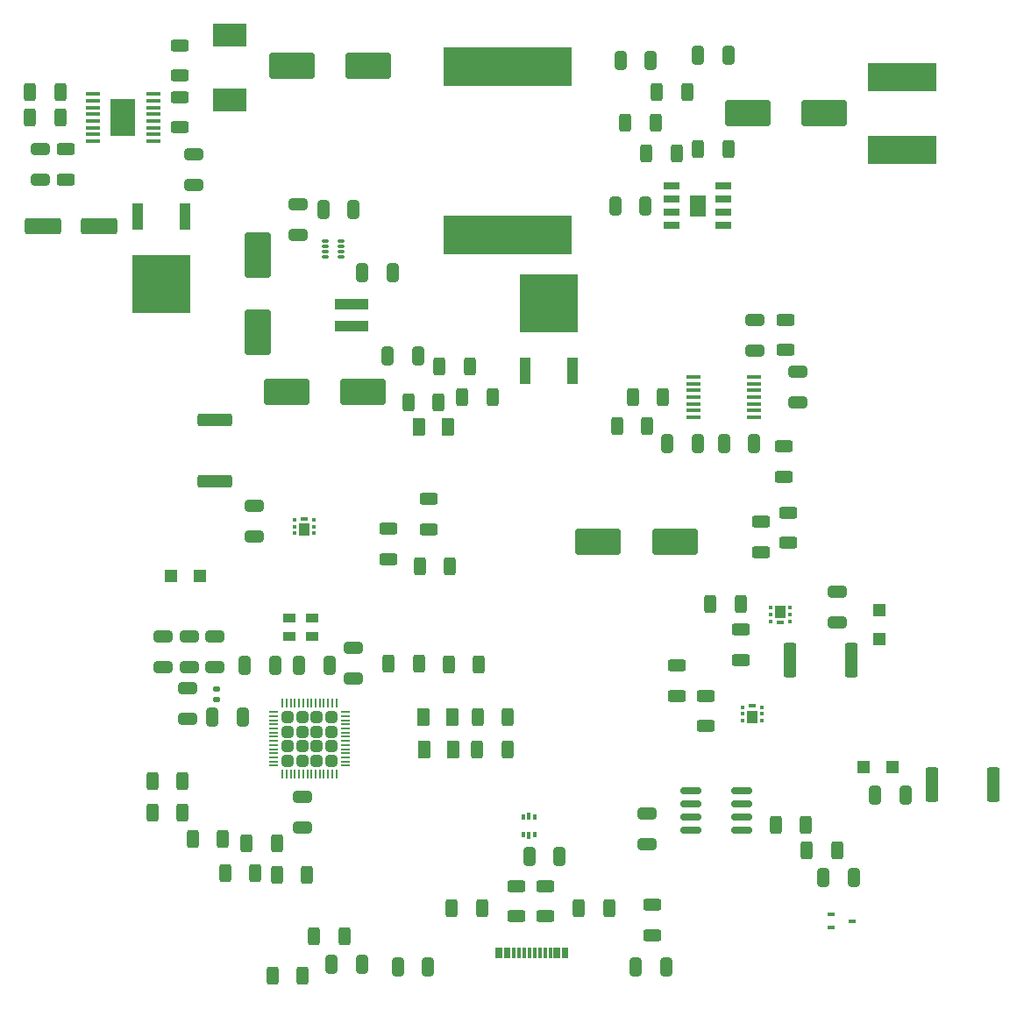
<source format=gbr>
%TF.GenerationSoftware,KiCad,Pcbnew,8.0.0*%
%TF.CreationDate,2024-03-30T14:37:23+01:00*%
%TF.ProjectId,schematic-main,73636865-6d61-4746-9963-2d6d61696e2e,rev?*%
%TF.SameCoordinates,Original*%
%TF.FileFunction,Paste,Top*%
%TF.FilePolarity,Positive*%
%FSLAX46Y46*%
G04 Gerber Fmt 4.6, Leading zero omitted, Abs format (unit mm)*
G04 Created by KiCad (PCBNEW 8.0.0) date 2024-03-30 14:37:23*
%MOMM*%
%LPD*%
G01*
G04 APERTURE LIST*
G04 Aperture macros list*
%AMRoundRect*
0 Rectangle with rounded corners*
0 $1 Rounding radius*
0 $2 $3 $4 $5 $6 $7 $8 $9 X,Y pos of 4 corners*
0 Add a 4 corners polygon primitive as box body*
4,1,4,$2,$3,$4,$5,$6,$7,$8,$9,$2,$3,0*
0 Add four circle primitives for the rounded corners*
1,1,$1+$1,$2,$3*
1,1,$1+$1,$4,$5*
1,1,$1+$1,$6,$7*
1,1,$1+$1,$8,$9*
0 Add four rect primitives between the rounded corners*
20,1,$1+$1,$2,$3,$4,$5,0*
20,1,$1+$1,$4,$5,$6,$7,0*
20,1,$1+$1,$6,$7,$8,$9,0*
20,1,$1+$1,$8,$9,$2,$3,0*%
G04 Aperture macros list end*
%ADD10RoundRect,0.250000X-0.650000X0.325000X-0.650000X-0.325000X0.650000X-0.325000X0.650000X0.325000X0*%
%ADD11RoundRect,0.250000X0.625000X-0.312500X0.625000X0.312500X-0.625000X0.312500X-0.625000X-0.312500X0*%
%ADD12RoundRect,0.250000X0.325000X0.650000X-0.325000X0.650000X-0.325000X-0.650000X0.325000X-0.650000X0*%
%ADD13RoundRect,0.050000X-0.285000X-0.100000X0.285000X-0.100000X0.285000X0.100000X-0.285000X0.100000X0*%
%ADD14RoundRect,0.150000X-0.825000X-0.150000X0.825000X-0.150000X0.825000X0.150000X-0.825000X0.150000X0*%
%ADD15RoundRect,0.250000X-0.312500X-0.625000X0.312500X-0.625000X0.312500X0.625000X-0.312500X0.625000X0*%
%ADD16RoundRect,0.250000X1.425000X-0.362500X1.425000X0.362500X-1.425000X0.362500X-1.425000X-0.362500X0*%
%ADD17RoundRect,0.250000X0.650000X-0.325000X0.650000X0.325000X-0.650000X0.325000X-0.650000X-0.325000X0*%
%ADD18RoundRect,0.250000X0.312500X0.625000X-0.312500X0.625000X-0.312500X-0.625000X0.312500X-0.625000X0*%
%ADD19RoundRect,0.250000X-0.325000X-0.650000X0.325000X-0.650000X0.325000X0.650000X-0.325000X0.650000X0*%
%ADD20R,1.200000X1.200000*%
%ADD21RoundRect,0.147500X-0.172500X0.147500X-0.172500X-0.147500X0.172500X-0.147500X0.172500X0.147500X0*%
%ADD22R,3.200000X1.100000*%
%ADD23R,6.710000X2.730000*%
%ADD24RoundRect,0.250000X-0.625000X0.312500X-0.625000X-0.312500X0.625000X-0.312500X0.625000X0.312500X0*%
%ADD25RoundRect,0.250000X1.950000X1.000000X-1.950000X1.000000X-1.950000X-1.000000X1.950000X-1.000000X0*%
%ADD26R,0.430000X0.350000*%
%ADD27R,1.100000X1.250000*%
%ADD28R,0.660000X0.350000*%
%ADD29RoundRect,0.250000X-1.000000X1.950000X-1.000000X-1.950000X1.000000X-1.950000X1.000000X1.950000X0*%
%ADD30R,1.475000X0.450000*%
%ADD31R,3.200400X2.173999*%
%ADD32R,12.320000X3.825000*%
%ADD33RoundRect,0.250000X0.375000X0.625000X-0.375000X0.625000X-0.375000X-0.625000X0.375000X-0.625000X0*%
%ADD34RoundRect,0.250000X0.362500X1.425000X-0.362500X1.425000X-0.362500X-1.425000X0.362500X-1.425000X0*%
%ADD35R,1.200000X0.950000*%
%ADD36R,1.505000X0.802000*%
%ADD37R,1.567800X2.101200*%
%ADD38RoundRect,0.250000X-0.362500X-1.425000X0.362500X-1.425000X0.362500X1.425000X-0.362500X1.425000X0*%
%ADD39RoundRect,0.250000X1.500000X0.550000X-1.500000X0.550000X-1.500000X-0.550000X1.500000X-0.550000X0*%
%ADD40R,2.460000X3.550000*%
%ADD41R,0.700000X0.450000*%
%ADD42R,0.300000X1.100000*%
%ADD43R,1.060000X2.600000*%
%ADD44R,5.632000X5.700000*%
%ADD45R,0.375000X0.500000*%
%ADD46R,0.300000X0.650000*%
%ADD47RoundRect,0.250000X-0.315000X-0.315000X0.315000X-0.315000X0.315000X0.315000X-0.315000X0.315000X0*%
%ADD48RoundRect,0.050000X-0.387500X-0.050000X0.387500X-0.050000X0.387500X0.050000X-0.387500X0.050000X0*%
%ADD49RoundRect,0.050000X-0.050000X-0.387500X0.050000X-0.387500X0.050000X0.387500X-0.050000X0.387500X0*%
G04 APERTURE END LIST*
D10*
%TO.C,C7*%
X93500000Y-31025000D03*
X93500000Y-33975000D03*
%TD*%
D11*
%TO.C,R41*%
X155000000Y-83862500D03*
X155000000Y-80937500D03*
%TD*%
%TO.C,R3*%
X139500000Y-105162500D03*
X139500000Y-102237500D03*
%TD*%
D12*
%TO.C,C6*%
X152475000Y-22500000D03*
X149525000Y-22500000D03*
%TD*%
D13*
%TO.C,U2*%
X121060000Y-39950000D03*
X121060000Y-40450000D03*
X121060000Y-40950000D03*
X121060000Y-41450000D03*
X122540000Y-41450000D03*
X122540000Y-40950000D03*
X122540000Y-40450000D03*
X122540000Y-39950000D03*
%TD*%
D14*
%TO.C,U5*%
X156325000Y-92995000D03*
X156325000Y-94265000D03*
X156325000Y-95535000D03*
X156325000Y-96805000D03*
X161275000Y-96805000D03*
X161275000Y-95535000D03*
X161275000Y-94265000D03*
X161275000Y-92995000D03*
%TD*%
D15*
%TO.C,R27*%
X108237500Y-97700000D03*
X111162500Y-97700000D03*
%TD*%
D16*
%TO.C,R46*%
X110400000Y-63162500D03*
X110400000Y-57237500D03*
%TD*%
D17*
%TO.C,C28*%
X105400000Y-81075000D03*
X105400000Y-78125000D03*
%TD*%
D18*
%TO.C,R17*%
X122862500Y-107100000D03*
X119937500Y-107100000D03*
%TD*%
D15*
%TO.C,R15*%
X132037500Y-52000000D03*
X134962500Y-52000000D03*
%TD*%
D19*
%TO.C,C16*%
X118525000Y-80900000D03*
X121475000Y-80900000D03*
%TD*%
D18*
%TO.C,R8*%
X95462500Y-25500000D03*
X92537500Y-25500000D03*
%TD*%
D17*
%TO.C,C27*%
X110400000Y-81075000D03*
X110400000Y-78125000D03*
%TD*%
D20*
%TO.C,D8*%
X175800000Y-90700000D03*
X173000000Y-90700000D03*
%TD*%
D15*
%TO.C,R24*%
X150737500Y-55000000D03*
X153662500Y-55000000D03*
%TD*%
%TO.C,R26*%
X104337500Y-95100000D03*
X107262500Y-95100000D03*
%TD*%
D11*
%TO.C,R43*%
X130980000Y-67742500D03*
X130980000Y-64817500D03*
%TD*%
D21*
%TO.C,L3*%
X110500000Y-83215000D03*
X110500000Y-84185000D03*
%TD*%
D22*
%TO.C,L2*%
X123600000Y-46050000D03*
X123600000Y-48150000D03*
%TD*%
D10*
%TO.C,C23*%
X107700000Y-83125000D03*
X107700000Y-86075000D03*
%TD*%
D17*
%TO.C,C29*%
X166700000Y-55475000D03*
X166700000Y-52525000D03*
%TD*%
D23*
%TO.C,F1*%
X176700000Y-31090000D03*
X176700000Y-24110000D03*
%TD*%
D24*
%TO.C,R40*%
X127100000Y-67737500D03*
X127100000Y-70662500D03*
%TD*%
D19*
%TO.C,C15*%
X121625000Y-109800000D03*
X124575000Y-109800000D03*
%TD*%
D25*
%TO.C,C8*%
X125200000Y-23000000D03*
X117800000Y-23000000D03*
%TD*%
D26*
%TO.C,Q2*%
X164065000Y-75350000D03*
X164065000Y-76000000D03*
D27*
X165000000Y-75715000D03*
D26*
X165935000Y-75350000D03*
X165935000Y-76000000D03*
X164065000Y-76650000D03*
D28*
X165000000Y-76775000D03*
D26*
X165935000Y-76650000D03*
%TD*%
D24*
%TO.C,R20*%
X163100000Y-67037500D03*
X163100000Y-69962500D03*
%TD*%
D29*
%TO.C,C9*%
X114500000Y-41300000D03*
X114500000Y-48700000D03*
%TD*%
D30*
%TO.C,IC2*%
X162438000Y-56950000D03*
X162438000Y-56300000D03*
X162438000Y-55650000D03*
X162438000Y-55000000D03*
X162438000Y-54350000D03*
X162438000Y-53700000D03*
X162438000Y-53050000D03*
X156562000Y-53050000D03*
X156562000Y-53700000D03*
X156562000Y-54350000D03*
X156562000Y-55000000D03*
X156562000Y-55650000D03*
X156562000Y-56300000D03*
X156562000Y-56950000D03*
%TD*%
D10*
%TO.C,C25*%
X118800000Y-93625000D03*
X118800000Y-96575000D03*
%TD*%
D26*
%TO.C,Q1*%
X163235000Y-86250000D03*
X163235000Y-85600000D03*
D27*
X162300000Y-85885000D03*
D26*
X161365000Y-86250000D03*
X161365000Y-85600000D03*
X163235000Y-84950000D03*
D28*
X162300000Y-84825000D03*
D26*
X161365000Y-84950000D03*
%TD*%
D31*
%TO.C,D1*%
X111813000Y-20059998D03*
X111813000Y-26314002D03*
%TD*%
D18*
%TO.C,R11*%
X95462500Y-28000000D03*
X92537500Y-28000000D03*
%TD*%
D32*
%TO.C,L1*%
X138600000Y-39323000D03*
X138600000Y-23077000D03*
%TD*%
D24*
%TO.C,R38*%
X157780000Y-83857500D03*
X157780000Y-86782500D03*
%TD*%
D15*
%TO.C,R47*%
X132937500Y-80800000D03*
X135862500Y-80800000D03*
%TD*%
D24*
%TO.C,R34*%
X165300000Y-59737500D03*
X165300000Y-62662500D03*
%TD*%
D11*
%TO.C,R9*%
X96000000Y-33962500D03*
X96000000Y-31037500D03*
%TD*%
D12*
%TO.C,C17*%
X116175000Y-80900000D03*
X113225000Y-80900000D03*
%TD*%
D11*
%TO.C,R2*%
X142300000Y-105162500D03*
X142300000Y-102237500D03*
%TD*%
D25*
%TO.C,C21*%
X154800000Y-69000000D03*
X147400000Y-69000000D03*
%TD*%
D26*
%TO.C,Q3*%
X119935000Y-68150000D03*
X119935000Y-67500000D03*
D27*
X119000000Y-67785000D03*
D26*
X118065000Y-68150000D03*
X118065000Y-67500000D03*
X119935000Y-66850000D03*
D28*
X119000000Y-66725000D03*
D26*
X118065000Y-66850000D03*
%TD*%
D15*
%TO.C,R28*%
X111337500Y-101000000D03*
X114262500Y-101000000D03*
%TD*%
D18*
%TO.C,R23*%
X152142500Y-57820000D03*
X149217500Y-57820000D03*
%TD*%
D15*
%TO.C,R22*%
X130137500Y-71300000D03*
X133062500Y-71300000D03*
%TD*%
D33*
%TO.C,D7 POWER 3.3V*%
X132900000Y-57900000D03*
X130100000Y-57900000D03*
%TD*%
D34*
%TO.C,R45*%
X171862500Y-80400000D03*
X165937500Y-80400000D03*
%TD*%
D35*
%TO.C,Y1*%
X119800000Y-76325000D03*
X117600000Y-76325000D03*
X117600000Y-78075000D03*
X119800000Y-78075000D03*
%TD*%
D36*
%TO.C,U1*%
X159497500Y-38405000D03*
X159497500Y-37135000D03*
X159497500Y-35865000D03*
X159497500Y-34595000D03*
X154502500Y-34595000D03*
X154502500Y-35865000D03*
X154502500Y-37135000D03*
X154502500Y-38405000D03*
D37*
X157000000Y-36500000D03*
%TD*%
D18*
%TO.C,R13*%
X154962500Y-31500000D03*
X152037500Y-31500000D03*
%TD*%
D19*
%TO.C,C3*%
X149025000Y-36500000D03*
X151975000Y-36500000D03*
%TD*%
D15*
%TO.C,R14*%
X129037500Y-55500000D03*
X131962500Y-55500000D03*
%TD*%
D17*
%TO.C,C11*%
X118400000Y-39325000D03*
X118400000Y-36375000D03*
%TD*%
D24*
%TO.C,R42*%
X161200000Y-77437500D03*
X161200000Y-80362500D03*
%TD*%
D12*
%TO.C,C5*%
X159975000Y-22000000D03*
X157025000Y-22000000D03*
%TD*%
D38*
%TO.C,R44*%
X179637500Y-92400000D03*
X185562500Y-92400000D03*
%TD*%
D19*
%TO.C,C19*%
X128025000Y-110000000D03*
X130975000Y-110000000D03*
%TD*%
%TO.C,C13*%
X127025000Y-51000000D03*
X129975000Y-51000000D03*
%TD*%
D39*
%TO.C,C4*%
X99200000Y-38500000D03*
X93800000Y-38500000D03*
%TD*%
D30*
%TO.C,IC1*%
X104438000Y-30275000D03*
X104438000Y-29625000D03*
X104438000Y-28975000D03*
X104438000Y-28325000D03*
X104438000Y-27675000D03*
X104438000Y-27025000D03*
X104438000Y-26375000D03*
X104438000Y-25725000D03*
X98562000Y-25725000D03*
X98562000Y-26375000D03*
X98562000Y-27025000D03*
X98562000Y-27675000D03*
X98562000Y-28325000D03*
X98562000Y-28975000D03*
X98562000Y-29625000D03*
X98562000Y-30275000D03*
D40*
X101500000Y-28000000D03*
%TD*%
D19*
%TO.C,C34*%
X169125000Y-101400000D03*
X172075000Y-101400000D03*
%TD*%
D11*
%TO.C,R33*%
X165500000Y-50462500D03*
X165500000Y-47537500D03*
%TD*%
D15*
%TO.C,R35*%
X135737500Y-85900000D03*
X138662500Y-85900000D03*
%TD*%
D41*
%TO.C,D4*%
X169900000Y-104950000D03*
X169900000Y-106250000D03*
X171900000Y-105600000D03*
%TD*%
D12*
%TO.C,C10*%
X123775000Y-36900000D03*
X120825000Y-36900000D03*
%TD*%
D25*
%TO.C,C14*%
X124700000Y-54500000D03*
X117300000Y-54500000D03*
%TD*%
D17*
%TO.C,C33*%
X162500000Y-50475000D03*
X162500000Y-47525000D03*
%TD*%
D10*
%TO.C,C36*%
X170500000Y-73825000D03*
X170500000Y-76775000D03*
%TD*%
D24*
%TO.C,R19*%
X165700000Y-66137500D03*
X165700000Y-69062500D03*
%TD*%
D42*
%TO.C,P1*%
X137650000Y-108650000D03*
X138450000Y-108650000D03*
X139750000Y-108650000D03*
X140750000Y-108650000D03*
X141250000Y-108650000D03*
X142250000Y-108650000D03*
X143550000Y-108650000D03*
X144350000Y-108650000D03*
X144050000Y-108650000D03*
X143250000Y-108650000D03*
X142750000Y-108650000D03*
X141750000Y-108650000D03*
X140250000Y-108650000D03*
X139250000Y-108650000D03*
X138750000Y-108650000D03*
X137950000Y-108650000D03*
%TD*%
D12*
%TO.C,C20*%
X153975000Y-110000000D03*
X151025000Y-110000000D03*
%TD*%
D18*
%TO.C,R32*%
X167462500Y-96300000D03*
X164537500Y-96300000D03*
%TD*%
D11*
%TO.C,R6*%
X107000000Y-28962500D03*
X107000000Y-26037500D03*
%TD*%
D17*
%TO.C,C22*%
X107900000Y-81075000D03*
X107900000Y-78125000D03*
%TD*%
D15*
%TO.C,R37*%
X134237500Y-55000000D03*
X137162500Y-55000000D03*
%TD*%
D18*
%TO.C,R5*%
X159962500Y-31000000D03*
X157037500Y-31000000D03*
%TD*%
D20*
%TO.C,D10*%
X106100000Y-72300000D03*
X108900000Y-72300000D03*
%TD*%
%TO.C,D9*%
X174500000Y-78400000D03*
X174500000Y-75600000D03*
%TD*%
D33*
%TO.C,D5 CAN*%
X133300000Y-85900000D03*
X130500000Y-85900000D03*
%TD*%
D17*
%TO.C,C26*%
X123700000Y-82175000D03*
X123700000Y-79225000D03*
%TD*%
D43*
%TO.C,D2*%
X140314000Y-52479500D03*
X144886000Y-52479500D03*
D44*
X142600000Y-45929500D03*
%TD*%
D33*
%TO.C,D6 MCU*%
X133400000Y-89000000D03*
X130600000Y-89000000D03*
%TD*%
D18*
%TO.C,R48*%
X130062500Y-80700000D03*
X127137500Y-80700000D03*
%TD*%
%TO.C,R4*%
X136162500Y-104400000D03*
X133237500Y-104400000D03*
%TD*%
%TO.C,R12*%
X152922500Y-28500000D03*
X149997500Y-28500000D03*
%TD*%
D11*
%TO.C,R18*%
X152600000Y-106962500D03*
X152600000Y-104037500D03*
%TD*%
D25*
%TO.C,C1*%
X169200000Y-27600000D03*
X161800000Y-27600000D03*
%TD*%
D15*
%TO.C,R36*%
X135687500Y-89000000D03*
X138612500Y-89000000D03*
%TD*%
D17*
%TO.C,C31*%
X152100000Y-98175000D03*
X152100000Y-95225000D03*
%TD*%
D12*
%TO.C,C12*%
X127575000Y-43000000D03*
X124625000Y-43000000D03*
%TD*%
D18*
%TO.C,R16*%
X118862500Y-110900000D03*
X115937500Y-110900000D03*
%TD*%
D43*
%TO.C,D3*%
X107486000Y-37520500D03*
X102914000Y-37520500D03*
D44*
X105200000Y-44070500D03*
%TD*%
D19*
%TO.C,C35*%
X174125000Y-93400000D03*
X177075000Y-93400000D03*
%TD*%
D11*
%TO.C,R7*%
X107000000Y-23962500D03*
X107000000Y-21037500D03*
%TD*%
D18*
%TO.C,R39*%
X161162500Y-75000000D03*
X158237500Y-75000000D03*
%TD*%
D15*
%TO.C,R1*%
X145537500Y-104400000D03*
X148462500Y-104400000D03*
%TD*%
D45*
%TO.C,U3*%
X141237500Y-95550000D03*
D46*
X140700000Y-95475000D03*
D45*
X140162500Y-95550000D03*
X140162500Y-97250000D03*
D46*
X140700000Y-97325000D03*
D45*
X141237500Y-97250000D03*
%TD*%
D17*
%TO.C,C37*%
X114200000Y-68475000D03*
X114200000Y-65525000D03*
%TD*%
D19*
%TO.C,C18*%
X140725000Y-99400000D03*
X143675000Y-99400000D03*
%TD*%
D15*
%TO.C,R31*%
X167537500Y-98800000D03*
X170462500Y-98800000D03*
%TD*%
D10*
%TO.C,C2*%
X108300000Y-31525000D03*
X108300000Y-34475000D03*
%TD*%
D12*
%TO.C,C30*%
X156975000Y-59500000D03*
X154025000Y-59500000D03*
%TD*%
D19*
%TO.C,C32*%
X159525000Y-59500000D03*
X162475000Y-59500000D03*
%TD*%
D12*
%TO.C,C24*%
X113075000Y-85900000D03*
X110125000Y-85900000D03*
%TD*%
D18*
%TO.C,R10*%
X155962500Y-25500000D03*
X153037500Y-25500000D03*
%TD*%
D15*
%TO.C,R25*%
X104337500Y-92100000D03*
X107262500Y-92100000D03*
%TD*%
%TO.C,R30*%
X116337500Y-101100000D03*
X119262500Y-101100000D03*
%TD*%
D47*
%TO.C,U4*%
X117400000Y-85900000D03*
X117400000Y-87300000D03*
X117400000Y-88700000D03*
X117400000Y-90100000D03*
X118800000Y-85900000D03*
X118800000Y-87300000D03*
X118800000Y-88700000D03*
X118800000Y-90100000D03*
X120200000Y-85900000D03*
X120200000Y-87300000D03*
X120200000Y-88700000D03*
X120200000Y-90100000D03*
X121600000Y-85900000D03*
X121600000Y-87300000D03*
X121600000Y-88700000D03*
X121600000Y-90100000D03*
D48*
X116062500Y-85400000D03*
X116062500Y-85800000D03*
X116062500Y-86200000D03*
X116062500Y-86600000D03*
X116062500Y-87000000D03*
X116062500Y-87400000D03*
X116062500Y-87800000D03*
X116062500Y-88200000D03*
X116062500Y-88600000D03*
X116062500Y-89000000D03*
X116062500Y-89400000D03*
X116062500Y-89800000D03*
X116062500Y-90200000D03*
X116062500Y-90600000D03*
D49*
X116900000Y-91437500D03*
X117300000Y-91437500D03*
X117700000Y-91437500D03*
X118100000Y-91437500D03*
X118500000Y-91437500D03*
X118900000Y-91437500D03*
X119300000Y-91437500D03*
X119700000Y-91437500D03*
X120100000Y-91437500D03*
X120500000Y-91437500D03*
X120900000Y-91437500D03*
X121300000Y-91437500D03*
X121700000Y-91437500D03*
X122100000Y-91437500D03*
D48*
X122937500Y-90600000D03*
X122937500Y-90200000D03*
X122937500Y-89800000D03*
X122937500Y-89400000D03*
X122937500Y-89000000D03*
X122937500Y-88600000D03*
X122937500Y-88200000D03*
X122937500Y-87800000D03*
X122937500Y-87400000D03*
X122937500Y-87000000D03*
X122937500Y-86600000D03*
X122937500Y-86200000D03*
X122937500Y-85800000D03*
X122937500Y-85400000D03*
D49*
X122100000Y-84562500D03*
X121700000Y-84562500D03*
X121300000Y-84562500D03*
X120900000Y-84562500D03*
X120500000Y-84562500D03*
X120100000Y-84562500D03*
X119700000Y-84562500D03*
X119300000Y-84562500D03*
X118900000Y-84562500D03*
X118500000Y-84562500D03*
X118100000Y-84562500D03*
X117700000Y-84562500D03*
X117300000Y-84562500D03*
X116900000Y-84562500D03*
%TD*%
D15*
%TO.C,R29*%
X113437500Y-98100000D03*
X116362500Y-98100000D03*
%TD*%
M02*

</source>
